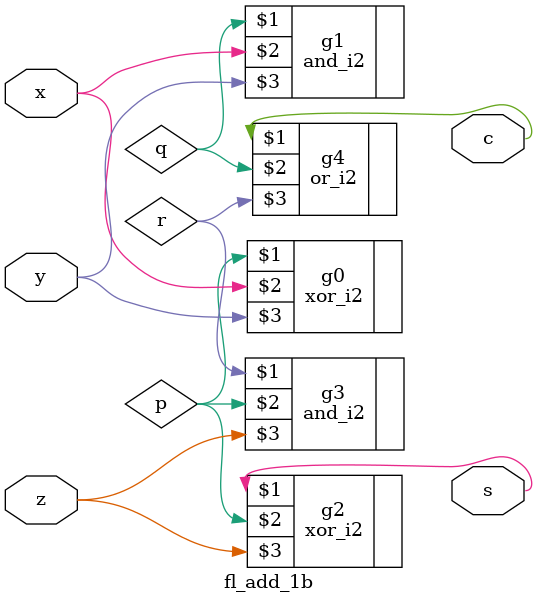
<source format=v>

 `include "gates/and_gate.v"
 `include "gates/nand_gate.v"
 `include "gates/nor_gate.v"
 `include "gates/not_gate.v"
 `include "gates/or_gate.v"
 `include "gates/xnor_gate.v"
 `include "gates/xor_gate.v"

module fl_add_1b(c, s, x, y, z);
    output c, s;
    input  x, y, z;
    wire   p, q, r;
    
    xor_i2 g0(p, x, y);
    and_i2 g1(q, x, y);
    xor_i2 g2(s, p, z);
    and_i2 g3(r, p, z);
    or_i2  g4(c, q, r);
endmodule
    
/*
module tb_circ;
    parameter len = 3;
    
    reg  [len:0] i;
    wire c, s;
    
    fl_add_1b g0(c, s, i[2], i[1], i[0]);
    
    initial begin
        $display("x y z = c s");
        $monitor("%b %b %b = %b %b", i[2], i[1], i[0], c, s);
        
        i = 0;
        #(2 * len - 1) $finish;
    end
    
    always #1 i = i + 1;
endmodule
*/

</source>
